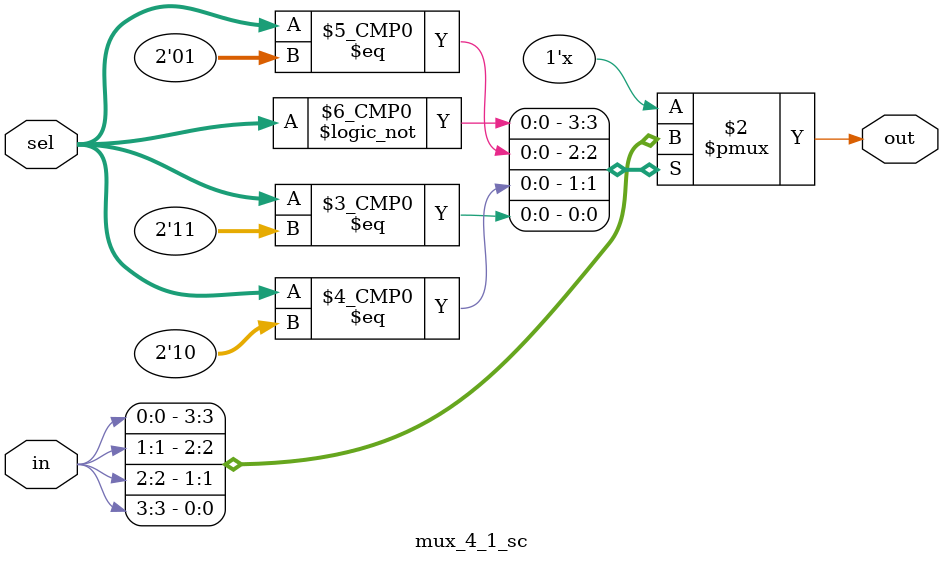
<source format=v>
module mux_4_1_sc(out, in, sel);
	
	output out;
	input [3:0]in;
	input [1:0]sel;
	reg out;
	
	always @(in or sel)
		begin
			case({sel[1], sel[0]})
				2'd0 : out=in[0];
				2'd1 : out=in[1];
				2'd2 : out=in[2];
				2'd3 : out=in[3];
			endcase
		end

endmodule

</source>
